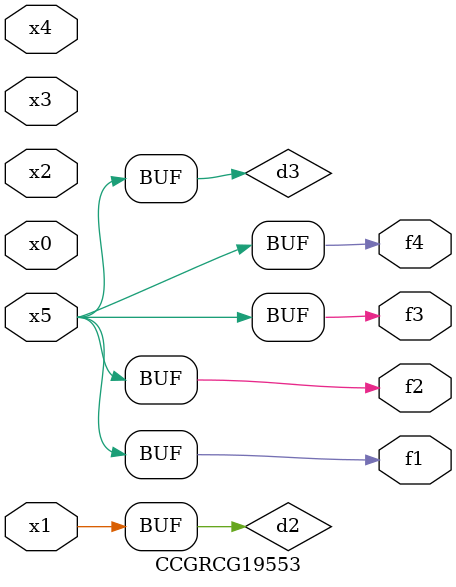
<source format=v>
module CCGRCG19553(
	input x0, x1, x2, x3, x4, x5,
	output f1, f2, f3, f4
);

	wire d1, d2, d3;

	not (d1, x5);
	or (d2, x1);
	xnor (d3, d1);
	assign f1 = d3;
	assign f2 = d3;
	assign f3 = d3;
	assign f4 = d3;
endmodule

</source>
